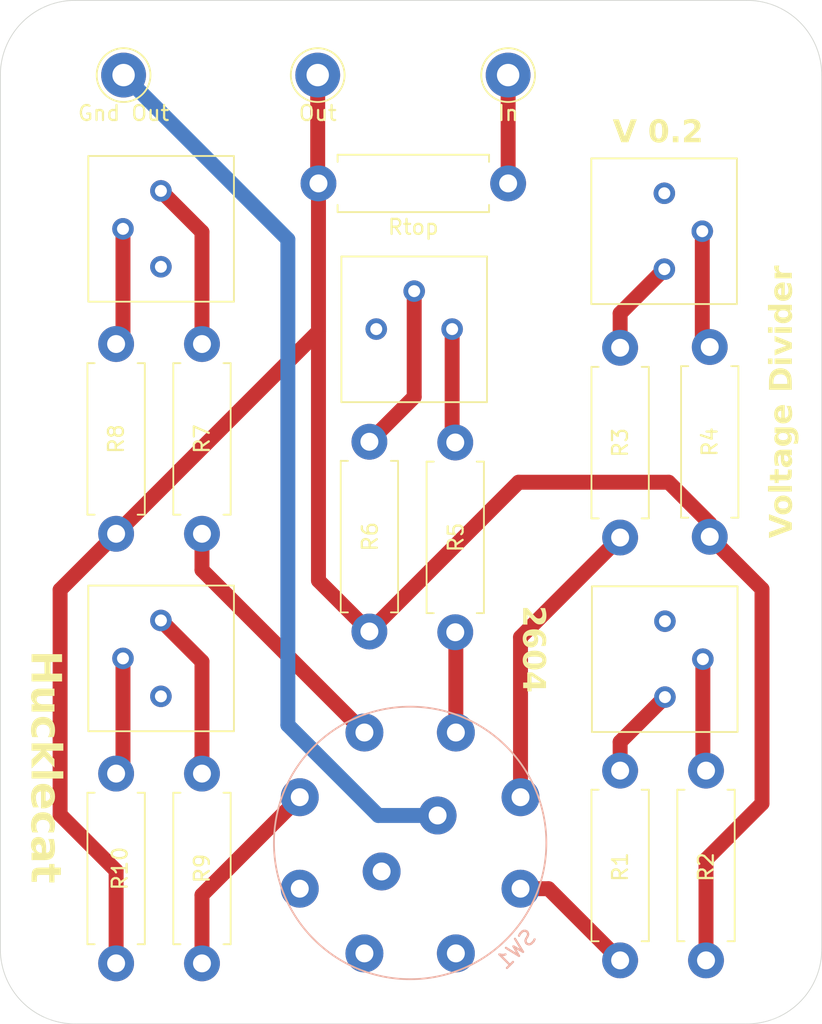
<source format=kicad_pcb>
(kicad_pcb (version 20241229) (generator "pcbnew") (generator_version "9.0")
  (layers (0 "F.Cu" signal) (2 "B.Cu" signal) (13 "F.Paste" user) (15 "B.Paste" user) (5 "F.SilkS" user "F.Silkscreen") (7 "B.SilkS" user "B.Silkscreen") (1 "F.Mask" user) (3 "B.Mask" user) (25 "Edge.Cuts" user))
  (net 0 "")
  (net 2 "Net-(R1-Pad1)")
  (net 3 "Net-(R3-Pad1)")
  (net 4 "Net-(R5-Pad1)")
  (net 5 "Net-(R7-Pad1)")
  (net 6 "Net-(R9-Pad1)")
  (net 7 "Net-(J8-Pin_1)")
  (net 8 "Net-(R1-Pad2)")
  (net 9 "Net-(R2-Pad1)")
  (net 10 "Net-(R3-Pad2)")
  (net 11 "Net-(R4-Pad1)")
  (net 12 "Net-(R5-Pad2)")
  (net 13 "Net-(R6-Pad1)")
  (net 14 "Net-(R7-Pad2)")
  (net 15 "Net-(R8-Pad1)")
  (net 16 "Net-(R9-Pad2)")
  (net 17 "Net-(R10-Pad1)")
  (net 23 "Net-(J7-Pin_1)")
  (net 26 "Net-(J1-Pin_1)")
  (footprint "Potentiometer_THT:Potentiometer_Bourns_3386P_Vertical" (layer "F.Cu") (at 183.25 97 180)
    (property "Reference" "RV4" (hide yes))
    (property "Value" "Trim")
    (fp_line (start 4.86 2.335) (end -4.89 2.335) (stroke (width 0.12)) (layer "F.SilkS"))
    (fp_line (start 4.86 -7.415) (end 4.86 2.335) (stroke (width 0.12)) (layer "F.SilkS"))
    (fp_line (start -4.89 2.335) (end -4.89 -7.415) (stroke (width 0.12)) (layer "F.SilkS"))
    (fp_line (start -4.89 -7.415) (end 4.86 -7.415) (stroke (width 0.12)) (layer "F.SilkS"))
    (pad "1" thru_hole circle (at 0 0 180) (size 1.44 1.44) (drill 0.8) (layers "*.Cu" "*.Mask") (net 14 "Net-(R7-Pad2)"))
    (pad "2" thru_hole circle (at 2.54 -2.54 180) (size 1.44 1.44) (drill 0.8) (layers "*.Cu" "*.Mask") (net 15 "Net-(R8-Pad1)"))
    (pad "3" thru_hole circle (at 0 -5.079999 180) (size 1.44 1.44) (drill 0.8) (layers "*.Cu" "*.Mask"))
  )
  (footprint "project_library:Pin_D1.3mm_L11.0mm_LooseFit" (layer "F.Cu") (at 180.75 89.25)
    (property "Reference" "Gnd Out" (at 0 2.55 0) (layer "F.SilkS"))
    (property "Value" "Conn_01x01_Pin")
    (fp_circle (center 0 0) (end 1.8 0.05) (stroke (width 0.12)) (fill no) (layer "F.SilkS"))
    (pad "1" thru_hole circle (at 0 0) (size 3 3) (drill 1.5) (layers "*.Cu" "*.Mask") (net 26 "Net-(J1-Pin_1)"))
  )
  (footprint "project_library:R_Axial_DIN0411_L9.9mm_D3.6mm_P12.70mm_Horizontal" (layer "F.Cu") (at 219.75 135.8 -90)
    (property "Reference" "R2" (at 6.45 0 270) (layer "F.SilkS"))
    (property "Value" "R_US")
    (fp_line (start 1.28 1.92) (end 11.42 1.92) (stroke (width 0.12)) (layer "F.SilkS"))
    (fp_line (start 11.42 1.92) (end 11.42 1.44) (stroke (width 0.12)) (layer "F.SilkS"))
    (fp_line (start 1.28 1.44) (end 1.28 1.92) (stroke (width 0.12)) (layer "F.SilkS"))
    (fp_line (start 1.28 -1.44) (end 1.28 -1.92) (stroke (width 0.12)) (layer "F.SilkS"))
    (fp_line (start 1.28 -1.92) (end 11.42 -1.92) (stroke (width 0.12)) (layer "F.SilkS"))
    (fp_line (start 11.42 -1.92) (end 11.42 -1.44) (stroke (width 0.12)) (layer "F.SilkS"))
    (pad "1" thru_hole circle (at 0 0 270) (size 2.4 2.4) (drill 1.2) (layers "*.Cu" "*.Mask") (net 9 "Net-(R2-Pad1)"))
    (pad "2" thru_hole oval (at 12.7 0 270) (size 2.4 2.4) (drill 1.2) (layers "*.Cu" "*.Mask") (net 7 "Net-(J8-Pin_1)"))
  )
  (footprint "project_library:R_Axial_DIN0411_L9.9mm_D3.6mm_P12.70mm_Horizontal" (layer "F.Cu") (at 180.25 136 -90)
    (property "Reference" "R10" (at 6.35 -0.25 270) (layer "F.SilkS"))
    (property "Value" "R_US")
    (fp_line (start 1.28 1.92) (end 11.42 1.92) (stroke (width 0.12)) (layer "F.SilkS"))
    (fp_line (start 11.42 1.92) (end 11.42 1.44) (stroke (width 0.12)) (layer "F.SilkS"))
    (fp_line (start 1.28 1.44) (end 1.28 1.92) (stroke (width 0.12)) (layer "F.SilkS"))
    (fp_line (start 1.28 -1.44) (end 1.28 -1.92) (stroke (width 0.12)) (layer "F.SilkS"))
    (fp_line (start 1.28 -1.92) (end 11.42 -1.92) (stroke (width 0.12)) (layer "F.SilkS"))
    (fp_line (start 11.42 -1.92) (end 11.42 -1.44) (stroke (width 0.12)) (layer "F.SilkS"))
    (pad "1" thru_hole circle (at 0 0 270) (size 2.4 2.4) (drill 1.2) (layers "*.Cu" "*.Mask") (net 17 "Net-(R10-Pad1)"))
    (pad "2" thru_hole oval (at 12.7 0 270) (size 2.4 2.4) (drill 1.2) (layers "*.Cu" "*.Mask") (net 7 "Net-(J8-Pin_1)"))
  )
  (footprint "project_library:R_Axial_DIN0411_L9.9mm_D3.6mm_P12.70mm_Horizontal" (layer "F.Cu") (at 214 120.2 90)
    (property "Reference" "R3" (at 6.35 0 90) (layer "F.SilkS"))
    (property "Value" "R_US")
    (fp_line (start 11.42 -1.92) (end 11.42 -1.44) (stroke (width 0.12)) (layer "F.SilkS"))
    (fp_line (start 1.28 -1.92) (end 11.42 -1.92) (stroke (width 0.12)) (layer "F.SilkS"))
    (fp_line (start 1.28 -1.44) (end 1.28 -1.92) (stroke (width 0.12)) (layer "F.SilkS"))
    (fp_line (start 1.28 1.44) (end 1.28 1.92) (stroke (width 0.12)) (layer "F.SilkS"))
    (fp_line (start 11.42 1.92) (end 11.42 1.44) (stroke (width 0.12)) (layer "F.SilkS"))
    (fp_line (start 1.28 1.92) (end 11.42 1.92) (stroke (width 0.12)) (layer "F.SilkS"))
    (pad "1" thru_hole circle (at 0 0 90) (size 2.4 2.4) (drill 1.2) (layers "*.Cu" "*.Mask") (net 3 "Net-(R3-Pad1)"))
    (pad "2" thru_hole oval (at 12.7 0 90) (size 2.4 2.4) (drill 1.2) (layers "*.Cu" "*.Mask") (net 10 "Net-(R3-Pad2)"))
  )
  (footprint "project_library:R_Axial_DIN0411_L9.9mm_D3.6mm_P12.70mm_Horizontal" (layer "F.Cu") (at 206.5 96.5 180)
    (property "Reference" "Rtop" (at 6.35 -2.92 180) (layer "F.SilkS"))
    (property "Value" "R Top")
    (fp_line (start 11.42 1.92) (end 11.42 1.44) (stroke (width 0.12)) (layer "F.SilkS"))
    (fp_line (start 11.42 -1.92) (end 11.42 -1.44) (stroke (width 0.12)) (layer "F.SilkS"))
    (fp_line (start 1.28 1.92) (end 11.42 1.92) (stroke (width 0.12)) (layer "F.SilkS"))
    (fp_line (start 1.28 1.44) (end 1.28 1.92) (stroke (width 0.12)) (layer "F.SilkS"))
    (fp_line (start 1.28 -1.44) (end 1.28 -1.92) (stroke (width 0.12)) (layer "F.SilkS"))
    (fp_line (start 1.28 -1.92) (end 11.42 -1.92) (stroke (width 0.12)) (layer "F.SilkS"))
    (pad "1" thru_hole circle (at 0 0 180) (size 2.4 2.4) (drill 1.2) (layers "*.Cu" "*.Mask") (net 23 "Net-(J7-Pin_1)"))
    (pad "2" thru_hole oval (at 12.7 0 180) (size 2.4 2.4) (drill 1.2) (layers "*.Cu" "*.Mask") (net 7 "Net-(J8-Pin_1)"))
  )
  (footprint "project_library:R_Axial_DIN0411_L9.9mm_D3.6mm_P12.70mm_Horizontal" (layer "F.Cu") (at 186 148.7 90)
    (property "Reference" "R9" (at 6.35 0 90) (layer "F.SilkS"))
    (property "Value" "R_US")
    (fp_line (start 11.42 -1.92) (end 11.42 -1.44) (stroke (width 0.12)) (layer "F.SilkS"))
    (fp_line (start 1.28 -1.92) (end 11.42 -1.92) (stroke (width 0.12)) (layer "F.SilkS"))
    (fp_line (start 1.28 -1.44) (end 1.28 -1.92) (stroke (width 0.12)) (layer "F.SilkS"))
    (fp_line (start 1.28 1.44) (end 1.28 1.92) (stroke (width 0.12)) (layer "F.SilkS"))
    (fp_line (start 11.42 1.92) (end 11.42 1.44) (stroke (width 0.12)) (layer "F.SilkS"))
    (fp_line (start 1.28 1.92) (end 11.42 1.92) (stroke (width 0.12)) (layer "F.SilkS"))
    (pad "1" thru_hole circle (at 0 0 90) (size 2.4 2.4) (drill 1.2) (layers "*.Cu" "*.Mask") (net 6 "Net-(R9-Pad1)"))
    (pad "2" thru_hole oval (at 12.7 0 90) (size 2.4 2.4) (drill 1.2) (layers "*.Cu" "*.Mask") (net 16 "Net-(R9-Pad2)"))
  )
  (footprint "project_library:R_Axial_DIN0411_L9.9mm_D3.6mm_P12.70mm_Horizontal" (layer "F.Cu") (at 180.25 107.25 -90)
    (property "Reference" "R8" (at 6.35 0 270) (layer "F.SilkS"))
    (property "Value" "R_US")
    (fp_line (start 1.28 1.92) (end 11.42 1.92) (stroke (width 0.12)) (layer "F.SilkS"))
    (fp_line (start 11.42 1.92) (end 11.42 1.44) (stroke (width 0.12)) (layer "F.SilkS"))
    (fp_line (start 1.28 1.44) (end 1.28 1.92) (stroke (width 0.12)) (layer "F.SilkS"))
    (fp_line (start 1.28 -1.44) (end 1.28 -1.92) (stroke (width 0.12)) (layer "F.SilkS"))
    (fp_line (start 1.28 -1.92) (end 11.42 -1.92) (stroke (width 0.12)) (layer "F.SilkS"))
    (fp_line (start 11.42 -1.92) (end 11.42 -1.44) (stroke (width 0.12)) (layer "F.SilkS"))
    (pad "1" thru_hole circle (at 0 0 270) (size 2.4 2.4) (drill 1.2) (layers "*.Cu" "*.Mask") (net 15 "Net-(R8-Pad1)"))
    (pad "2" thru_hole oval (at 12.7 0 270) (size 2.4 2.4) (drill 1.2) (layers "*.Cu" "*.Mask") (net 7 "Net-(J8-Pin_1)"))
  )
  (footprint "project_library:Pin_D1.3mm_L11.0mm_LooseFit" (layer "F.Cu") (at 193.75 89.25)
    (property "Reference" "Out" (at 0 2.55 0) (layer "F.SilkS"))
    (property "Value" "Conn_01x01_Pin")
    (fp_circle (center 0 0) (end 1.8 0.05) (stroke (width 0.12)) (fill no) (layer "F.SilkS"))
    (pad "1" thru_hole circle (at 0 0) (size 3 3) (drill 1.5) (layers "*.Cu" "*.Mask") (net 7 "Net-(J8-Pin_1)"))
  )
  (footprint "project_library:R_Axial_DIN0411_L9.9mm_D3.6mm_P12.70mm_Horizontal" (layer "F.Cu") (at 220 107.45 -90)
    (property "Reference" "R4" (at 6.35 0 270) (layer "F.SilkS"))
    (property "Value" "R_US")
    (fp_line (start 1.28 1.92) (end 11.42 1.92) (stroke (width 0.12)) (layer "F.SilkS"))
    (fp_line (start 11.42 1.92) (end 11.42 1.44) (stroke (width 0.12)) (layer "F.SilkS"))
    (fp_line (start 1.28 1.44) (end 1.28 1.92) (stroke (width 0.12)) (layer "F.SilkS"))
    (fp_line (start 1.28 -1.44) (end 1.28 -1.92) (stroke (width 0.12)) (layer "F.SilkS"))
    (fp_line (start 1.28 -1.92) (end 11.42 -1.92) (stroke (width 0.12)) (layer "F.SilkS"))
    (fp_line (start 11.42 -1.92) (end 11.42 -1.44) (stroke (width 0.12)) (layer "F.SilkS"))
    (pad "1" thru_hole circle (at 0 0 270) (size 2.4 2.4) (drill 1.2) (layers "*.Cu" "*.Mask") (net 11 "Net-(R4-Pad1)"))
    (pad "2" thru_hole oval (at 12.7 0 270) (size 2.4 2.4) (drill 1.2) (layers "*.Cu" "*.Mask") (net 7 "Net-(J8-Pin_1)"))
  )
  (footprint "project_library:R_Axial_DIN0411_L9.9mm_D3.6mm_P12.70mm_Horizontal" (layer "F.Cu") (at 197.21 113.79 -90)
    (property "Reference" "R6" (at 6.35 -0.04 270) (layer "F.SilkS"))
    (property "Value" "R_US")
    (fp_line (start 1.28 1.92) (end 11.42 1.92) (stroke (width 0.12)) (layer "F.SilkS"))
    (fp_line (start 11.42 1.92) (end 11.42 1.44) (stroke (width 0.12)) (layer "F.SilkS"))
    (fp_line (start 1.28 1.44) (end 1.28 1.92) (stroke (width 0.12)) (layer "F.SilkS"))
    (fp_line (start 1.28 -1.44) (end 1.28 -1.92) (stroke (width 0.12)) (layer "F.SilkS"))
    (fp_line (start 1.28 -1.92) (end 11.42 -1.92) (stroke (width 0.12)) (layer "F.SilkS"))
    (fp_line (start 11.42 -1.92) (end 11.42 -1.44) (stroke (width 0.12)) (layer "F.SilkS"))
    (pad "1" thru_hole circle (at 0 0 270) (size 2.4 2.4) (drill 1.2) (layers "*.Cu" "*.Mask") (net 13 "Net-(R6-Pad1)"))
    (pad "2" thru_hole oval (at 12.7 0 270) (size 2.4 2.4) (drill 1.2) (layers "*.Cu" "*.Mask") (net 7 "Net-(J8-Pin_1)"))
  )
  (footprint "project_library:R_Axial_DIN0411_L9.9mm_D3.6mm_P12.70mm_Horizontal" (layer "F.Cu") (at 214 148.5 90)
    (property "Reference" "R1" (at 6.25 0 90) (layer "F.SilkS"))
    (property "Value" "R_US")
    (fp_line (start 11.42 -1.92) (end 11.42 -1.44) (stroke (width 0.12)) (layer "F.SilkS"))
    (fp_line (start 1.28 -1.92) (end 11.42 -1.92) (stroke (width 0.12)) (layer "F.SilkS"))
    (fp_line (start 1.28 -1.44) (end 1.28 -1.92) (stroke (width 0.12)) (layer "F.SilkS"))
    (fp_line (start 1.28 1.44) (end 1.28 1.92) (stroke (width 0.12)) (layer "F.SilkS"))
    (fp_line (start 11.42 1.92) (end 11.42 1.44) (stroke (width 0.12)) (layer "F.SilkS"))
    (fp_line (start 1.28 1.92) (end 11.42 1.92) (stroke (width 0.12)) (layer "F.SilkS"))
    (pad "1" thru_hole circle (at 0 0 90) (size 2.4 2.4) (drill 1.2) (layers "*.Cu" "*.Mask") (net 2 "Net-(R1-Pad1)"))
    (pad "2" thru_hole oval (at 12.7 0 90) (size 2.4 2.4) (drill 1.2) (layers "*.Cu" "*.Mask") (net 8 "Net-(R1-Pad2)"))
  )
  (footprint "Potentiometer_THT:Potentiometer_Bourns_3386P_Vertical" (layer "F.Cu") (at 183.25 125.75 180)
    (property "Reference" "RV5" (hide yes))
    (property "Value" "Trim")
    (fp_line (start 4.86 2.335) (end -4.89 2.335) (stroke (width 0.12)) (layer "F.SilkS"))
    (fp_line (start 4.86 -7.415) (end 4.86 2.335) (stroke (width 0.12)) (layer "F.SilkS"))
    (fp_line (start -4.89 2.335) (end -4.89 -7.415) (stroke (width 0.12)) (layer "F.SilkS"))
    (fp_line (start -4.89 -7.415) (end 4.86 -7.415) (stroke (width 0.12)) (layer "F.SilkS"))
    (pad "1" thru_hole circle (at 0 0 180) (size 1.44 1.44) (drill 0.8) (layers "*.Cu" "*.Mask") (net 16 "Net-(R9-Pad2)"))
    (pad "2" thru_hole circle (at 2.54 -2.54 180) (size 1.44 1.44) (drill 0.8) (layers "*.Cu" "*.Mask") (net 17 "Net-(R10-Pad1)"))
    (pad "3" thru_hole circle (at 0 -5.079999 180) (size 1.44 1.44) (drill 0.8) (layers "*.Cu" "*.Mask"))
  )
  (footprint "project_library:R_Axial_DIN0411_L9.9mm_D3.6mm_P12.70mm_Horizontal" (layer "F.Cu") (at 202.96 126.54 90)
    (property "Reference" "R5" (at 6.35 0.04 90) (layer "F.SilkS"))
    (property "Value" "R_US")
    (fp_line (start 11.42 -1.92) (end 11.42 -1.44) (stroke (width 0.12)) (layer "F.SilkS"))
    (fp_line (start 1.28 -1.92) (end 11.42 -1.92) (stroke (width 0.12)) (layer "F.SilkS"))
    (fp_line (start 1.28 -1.44) (end 1.28 -1.92) (stroke (width 0.12)) (layer "F.SilkS"))
    (fp_line (start 1.28 1.44) (end 1.28 1.92) (stroke (width 0.12)) (layer "F.SilkS"))
    (fp_line (start 11.42 1.92) (end 11.42 1.44) (stroke (width 0.12)) (layer "F.SilkS"))
    (fp_line (start 1.28 1.92) (end 11.42 1.92) (stroke (width 0.12)) (layer "F.SilkS"))
    (pad "1" thru_hole circle (at 0 0 90) (size 2.4 2.4) (drill 1.2) (layers "*.Cu" "*.Mask") (net 4 "Net-(R5-Pad1)"))
    (pad "2" thru_hole oval (at 12.7 0 90) (size 2.4 2.4) (drill 1.2) (layers "*.Cu" "*.Mask") (net 12 "Net-(R5-Pad2)"))
  )
  (footprint "project_library:Pin_D1.3mm_L11.0mm_LooseFit" (layer "F.Cu") (at 206.5 89.25)
    (property "Reference" "In" (at 0 2.55 0) (layer "F.SilkS"))
    (property "Value" "Conn_01x01_Pin")
    (fp_circle (center 0 0) (end 1.8 0.05) (stroke (width 0.12)) (fill no) (layer "F.SilkS"))
    (pad "1" thru_hole circle (at 0 0) (size 3 3) (drill 1.5) (layers "*.Cu" "*.Mask") (net 23 "Net-(J7-Pin_1)"))
  )
  (footprint "Potentiometer_THT:Potentiometer_Bourns_3386P_Vertical" (layer "F.Cu") (at 216.96 102.24)
    (property "Reference" "RV2" (hide yes))
    (property "Value" "Trim")
    (fp_line (start -4.89 -7.415) (end 4.86 -7.415) (stroke (width 0.12)) (layer "F.SilkS"))
    (fp_line (start -4.89 2.335) (end -4.89 -7.415) (stroke (width 0.12)) (layer "F.SilkS"))
    (fp_line (start 4.86 -7.415) (end 4.86 2.335) (stroke (width 0.12)) (layer "F.SilkS"))
    (fp_line (start 4.86 2.335) (end -4.89 2.335) (stroke (width 0.12)) (layer "F.SilkS"))
    (pad "1" thru_hole circle (at 0 0) (size 1.44 1.44) (drill 0.8) (layers "*.Cu" "*.Mask") (net 10 "Net-(R3-Pad2)"))
    (pad "2" thru_hole circle (at 2.54 -2.54) (size 1.44 1.44) (drill 0.8) (layers "*.Cu" "*.Mask") (net 11 "Net-(R4-Pad1)"))
    (pad "3" thru_hole circle (at 0 -5.08) (size 1.44 1.44) (drill 0.8) (layers "*.Cu" "*.Mask"))
  )
  (footprint "Potentiometer_THT:Potentiometer_Bourns_3386P_Vertical" (layer "F.Cu") (at 217 130.88)
    (property "Reference" "RV1" (hide yes))
    (property "Value" "Trim")
    (fp_line (start -4.89 -7.415) (end 4.86 -7.415) (stroke (width 0.12)) (layer "F.SilkS"))
    (fp_line (start -4.89 2.335) (end -4.89 -7.415) (stroke (width 0.12)) (layer "F.SilkS"))
    (fp_line (start 4.86 -7.415) (end 4.86 2.335) (stroke (width 0.12)) (layer "F.SilkS"))
    (fp_line (start 4.86 2.335) (end -4.89 2.335) (stroke (width 0.12)) (layer "F.SilkS"))
    (pad "1" thru_hole circle (at 0 0) (size 1.44 1.44) (drill 0.8) (layers "*.Cu" "*.Mask") (net 8 "Net-(R1-Pad2)"))
    (pad "2" thru_hole circle (at 2.54 -2.54) (size 1.44 1.44) (drill 0.8) (layers "*.Cu" "*.Mask") (net 9 "Net-(R2-Pad1)"))
    (pad "3" thru_hole circle (at 0 -5.08) (size 1.44 1.44) (drill 0.8) (layers "*.Cu" "*.Mask"))
  )
  (footprint "project_library:R_Axial_DIN0411_L9.9mm_D3.6mm_P12.70mm_Horizontal" (layer "F.Cu") (at 186 119.95 90)
    (property "Reference" "R7" (at 6.35 0 90) (layer "F.SilkS"))
    (property "Value" "R_US")
    (fp_line (start 11.42 -1.92) (end 11.42 -1.44) (stroke (width 0.12)) (layer "F.SilkS"))
    (fp_line (start 1.28 -1.92) (end 11.42 -1.92) (stroke (width 0.12)) (layer "F.SilkS"))
    (fp_line (start 1.28 -1.44) (end 1.28 -1.92) (stroke (width 0.12)) (layer "F.SilkS"))
    (fp_line (start 1.28 1.44) (end 1.28 1.92) (stroke (width 0.12)) (layer "F.SilkS"))
    (fp_line (start 11.42 1.92) (end 11.42 1.44) (stroke (width 0.12)) (layer "F.SilkS"))
    (fp_line (start 1.28 1.92) (end 11.42 1.92) (stroke (width 0.12)) (layer "F.SilkS"))
    (pad "1" thru_hole circle (at 0 0 90) (size 2.4 2.4) (drill 1.2) (layers "*.Cu" "*.Mask") (net 5 "Net-(R7-Pad1)"))
    (pad "2" thru_hole oval (at 12.7 0 90) (size 2.4 2.4) (drill 1.2) (layers "*.Cu" "*.Mask") (net 14 "Net-(R7-Pad2)"))
  )
  (footprint "Potentiometer_THT:Potentiometer_Bourns_3386P_Vertical" (layer "F.Cu") (at 202.75 106.25 90)
    (property "Reference" "RV3" (hide yes))
    (property "Value" "Trim")
    (fp_line (start 4.86 -7.415) (end 4.86 2.335) (stroke (width 0.12)) (layer "F.SilkS"))
    (fp_line (start -4.89 -7.415) (end 4.86 -7.415) (stroke (width 0.12)) (layer "F.SilkS"))
    (fp_line (start 4.86 2.335) (end -4.89 2.335) (stroke (width 0.12)) (layer "F.SilkS"))
    (fp_line (start -4.89 2.335) (end -4.89 -7.415) (stroke (width 0.12)) (layer "F.SilkS"))
    (pad "1" thru_hole circle (at 0 0 90) (size 1.44 1.44) (drill 0.8) (layers "*.Cu" "*.Mask") (net 12 "Net-(R5-Pad2)"))
    (pad "2" thru_hole circle (at 2.54 -2.54 90) (size 1.44 1.44) (drill 0.8) (layers "*.Cu" "*.Mask") (net 13 "Net-(R6-Pad1)"))
    (pad "3" thru_hole circle (at 0 -5.079999 90) (size 1.44 1.44) (drill 0.8) (layers "*.Cu" "*.Mask"))
  )
  (footprint "project_library:Rotary_Switch_8" (layer "B.Cu") (at 199.938532 140.641036 45)
    (property "Reference" "SW1" (at 0 10.045001 225) (layer "B.SilkS") (effects (justify mirror)))
    (property "Value" "SW_Rotary_1x8_MP")
    (fp_circle (center 0 0) (end 0 -9.12) (stroke (width 0.12)) (fill no) (layer "B.SilkS"))
    (pad "1" thru_hole circle (at 3.061467 7.391036 22.5) (size 2.54 2.54) (drill 1.2) (layers "*.Cu" "*.Mask") (net 2 "Net-(R1-Pad1)"))
    (pad "2" thru_hole circle (at 7.391036 3.061467 22.5) (size 2.54 2.54) (drill 1.2) (layers "*.Cu" "*.Mask") (net 3 "Net-(R3-Pad1)"))
    (pad "3" thru_hole circle (at 7.391036 -3.061467 22.5) (size 2.54 2.54) (drill 1.2) (layers "*.Cu" "*.Mask") (net 4 "Net-(R5-Pad1)"))
    (pad "4" thru_hole circle (at 3.061467 -7.391036 22.5) (size 2.54 2.54) (drill 1.2) (layers "*.Cu" "*.Mask") (net 5 "Net-(R7-Pad1)"))
    (pad "5" thru_hole circle (at -3.061467 -7.391036 22.5) (size 2.54 2.54) (drill 1.2) (layers "*.Cu" "*.Mask") (net 6 "Net-(R9-Pad1)"))
    (pad "6" thru_hole circle (at -7.391036 -3.061467 22.5) (size 2.54 2.54) (drill 1.2) (layers "*.Cu" "*.Mask"))
    (pad "7" thru_hole circle (at -7.391036 3.061467 22.5) (size 2.54 2.54) (drill 1.2) (layers "*.Cu" "*.Mask"))
    (pad "8" thru_hole circle (at -3.061467 7.391036 22.5) (size 2.54 2.54) (drill 1.2) (layers "*.Cu" "*.Mask"))
    (pad "9" thru_hole circle (at 2.600001 0 45) (size 2.54 2.54) (drill 1.2) (layers "*.Cu" "*.Mask") (net 26 "Net-(J1-Pin_1)"))
    (pad "MP" thru_hole circle (at -2.7 0 45) (size 2.54 2.54) (drill 1.2) (layers "*.Cu" "*.Mask"))
  )
  (gr_arc (start 227.5 147.75) (mid 226.035534 151.285534) (end 222.5 152.75) (stroke (width 0.05)) (layer "Edge.Cuts"))
  (gr_arc (start 222.5 84.25) (mid 226.035534 85.714466) (end 227.5 89.25) (stroke (width 0.05)) (layer "Edge.Cuts"))
  (gr_line (start 222.5 152.75) (end 177.5 152.75) (stroke (width 0.05)) (layer "Edge.Cuts"))
  (gr_line (start 227.5 89.25) (end 227.5 147.75) (stroke (width 0.05)) (layer "Edge.Cuts"))
  (gr_line (start 177.5 84.25) (end 222.5 84.25) (stroke (width 0.05)) (layer "Edge.Cuts"))
  (gr_line (start 172.5 147.75) (end 172.5 89.25) (stroke (width 0.05)) (layer "Edge.Cuts"))
  (gr_arc (start 177.5 152.75) (mid 173.964466 151.285534) (end 172.5 147.75) (stroke (width 0.05)) (layer "Edge.Cuts"))
  (gr_arc (start 172.5 89.25) (mid 173.964466 85.714466) (end 177.5 84.25) (stroke (width 0.05)) (layer "Edge.Cuts"))
  (gr_text "Hucklecat" (at 174.25 127.75 270) (layer "F.SilkS") (effects (font (size 2 2) (thickness 0.3) (bold yes)) (justify left bottom)))
  (gr_text "2604" (at 207.25 124.75 270) (layer "F.SilkS") (effects (font (size 1.5 1.5) (thickness 0.3) (bold yes)) (justify left bottom)))
  (gr_text "Voltage Divider" (at 225.75 120.25 90) (layer "F.SilkS") (effects (font (size 1.5 1.5) (thickness 0.3) (bold yes)) (justify left bottom)))
  (gr_text "V 0.2" (at 213.5 94 0) (layer "F.SilkS") (effects (font (size 1.5 1.5) (thickness 0.3) (bold yes)) (justify left bottom)))
  (segment (start 207.329568 143.702504) (end 209.202504 143.702504) (width 1) (layer "F.Cu") (net 2))
  (segment (start 209.202504 143.702504) (end 214 148.5) (width 1) (layer "F.Cu") (net 2))
  (segment (start 207.329568 126.870432) (end 214 120.2) (width 1) (layer "F.Cu") (net 3))
  (segment (start 207.329568 137.579568) (end 207.329568 126.870432) (width 1) (layer "F.Cu") (net 3))
  (segment (start 203 126.58) (end 202.96 126.54) (width 1) (layer "F.Cu") (net 4))
  (segment (start 203 133.25) (end 203 126.58) (width 1) (layer "F.Cu") (net 4))
  (segment (start 186 122.372936) (end 186 119.95) (width 1) (layer "F.Cu") (net 5))
  (segment (start 196.877064 133.25) (end 186 122.372936) (width 1) (layer "F.Cu") (net 5))
  (segment (start 186 144.127064) (end 186 148.7) (width 1) (layer "F.Cu") (net 6))
  (segment (start 192.547496 137.579568) (end 186 144.127064) (width 1) (layer "F.Cu") (net 6))
  (segment (start 220 119.25) (end 217.25 116.5) (width 1) (layer "F.Cu") (net 7))
  (segment (start 193.75 96.45) (end 193.8 96.5) (width 1) (layer "F.Cu") (net 7))
  (segment (start 176.5 123.7) (end 180.25 119.95) (width 1) (layer "F.Cu") (net 7))
  (segment (start 193.75 89.25) (end 193.75 96.45) (width 1) (layer "F.Cu") (net 7))
  (segment (start 223.5 123.65) (end 220 120.15) (width 1) (layer "F.Cu") (net 7))
  (segment (start 176.5 138.75) (end 176.5 123.7) (width 1) (layer "F.Cu") (net 7))
  (segment (start 180.25 119.95) (end 193.8 106.4) (width 1) (layer "F.Cu") (net 7))
  (segment (start 193.8 123.08) (end 193.8 106.4) (width 1) (layer "F.Cu") (net 7))
  (segment (start 220 120.15) (end 220 119.25) (width 1) (layer "F.Cu") (net 7))
  (segment (start 223.5 138) (end 223.5 123.65) (width 1) (layer "F.Cu") (net 7))
  (segment (start 197.21 126.49) (end 193.8 123.08) (width 1) (layer "F.Cu") (net 7))
  (segment (start 219.75 148.5) (end 219.75 141.75) (width 1) (layer "F.Cu") (net 7))
  (segment (start 217.25 116.5) (end 207.2 116.5) (width 1) (layer "F.Cu") (net 7))
  (segment (start 180.25 148.7) (end 180.25 142.5) (width 1) (layer "F.Cu") (net 7))
  (segment (start 193.8 96.5) (end 193.8 106.4) (width 1) (layer "F.Cu") (net 7))
  (segment (start 180.25 142.5) (end 176.5 138.75) (width 1) (layer "F.Cu") (net 7))
  (segment (start 219.75 141.75) (end 223.5 138) (width 1) (layer "F.Cu") (net 7))
  (segment (start 207.2 116.5) (end 197.21 126.49) (width 1) (layer "F.Cu") (net 7))
  (segment (start 214 133.88) (end 217 130.88) (width 1) (layer "F.Cu") (net 8))
  (segment (start 214 135.8) (end 214 133.88) (width 1) (layer "F.Cu") (net 8))
  (segment (start 219.54 128.34) (end 219.54 135.59) (width 1) (layer "F.Cu") (net 9))
  (segment (start 219.54 135.59) (end 219.75 135.8) (width 1) (layer "F.Cu") (net 9))
  (segment (start 214 107.5) (end 214 105.2) (width 1) (layer "F.Cu") (net 10))
  (segment (start 214 105.2) (end 216.96 102.24) (width 1) (layer "F.Cu") (net 10))
  (segment (start 219.5 99.7) (end 219.5 106.95) (width 1) (layer "F.Cu") (net 11))
  (segment (start 219.5 106.95) (end 220 107.45) (width 1) (layer "F.Cu") (net 11))
  (segment (start 202.75 113.63) (end 202.96 113.84) (width 1) (layer "F.Cu") (net 12))
  (segment (start 202.75 106.25) (end 202.75 113.63) (width 1) (layer "F.Cu") (net 12))
  (segment (start 200.21 110.79) (end 200.21 103.71) (width 1) (layer "F.Cu") (net 13))
  (segment (start 197.21 113.79) (end 200.21 110.79) (width 1) (layer "F.Cu") (net 13))
  (segment (start 186 107.25) (end 186 99.75) (width 1) (layer "F.Cu") (net 14))
  (segment (start 186 99.75) (end 183.25 97) (width 1) (layer "F.Cu") (net 14))
  (segment (start 180.71 106.79) (end 180.25 107.25) (width 1) (layer "F.Cu") (net 15))
  (segment (start 180.71 99.54) (end 180.71 106.79) (width 1) (layer "F.Cu") (net 15))
  (segment (start 185.75 135.3) (end 186.25 135.8) (width 1) (layer "F.Cu") (net 16))
  (segment (start 186 136) (end 186 128.5) (width 1) (layer "F.Cu") (net 16))
  (segment (start 186 128.5) (end 183.25 125.75) (width 1) (layer "F.Cu") (net 16))
  (segment (start 180.71 128.29) (end 180.71 135.54) (width 1) (layer "F.Cu") (net 17))
  (segment (start 180.71 135.54) (end 180.25 136) (width 1) (layer "F.Cu") (net 17))
  (segment (start 206.5 89.25) (end 206.5 96.5) (width 1) (layer "F.Cu") (net 23))
  (segment (start 180.75 89.25) (end 191.75 100.25) (width 1) (layer "B.Cu") (net 26))
  (segment (start 191.75 100.25) (end 191.75 132.75) (width 1) (layer "B.Cu") (net 26))
  (segment (start 191.75 132.75) (end 197.802558 138.802558) (width 1) (layer "B.Cu") (net 26))
  (segment (start 197.802558 138.802558) (end 201.77701 138.802558) (width 1) (layer "B.Cu") (net 26))
)
</source>
